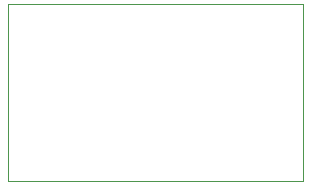
<source format=gbr>
%TF.GenerationSoftware,KiCad,Pcbnew,5.1.5-52549c5~86~ubuntu16.04.1*%
%TF.CreationDate,2020-11-10T00:01:26+05:30*%
%TF.ProjectId,Buzzer Module V1.0,42757a7a-6572-4204-9d6f-64756c652056,V1.0*%
%TF.SameCoordinates,Original*%
%TF.FileFunction,Profile,NP*%
%FSLAX46Y46*%
G04 Gerber Fmt 4.6, Leading zero omitted, Abs format (unit mm)*
G04 Created by KiCad (PCBNEW 5.1.5-52549c5~86~ubuntu16.04.1) date 2020-11-10 00:01:26*
%MOMM*%
%LPD*%
G04 APERTURE LIST*
%TA.AperFunction,Profile*%
%ADD10C,0.050000*%
%TD*%
G04 APERTURE END LIST*
D10*
X115000000Y-130000000D02*
X115000000Y-115000000D01*
X140000000Y-130000000D02*
X115000000Y-130000000D01*
X140000000Y-130000000D02*
X140000000Y-115000000D01*
X115000000Y-115000000D02*
X140000000Y-115000000D01*
M02*

</source>
